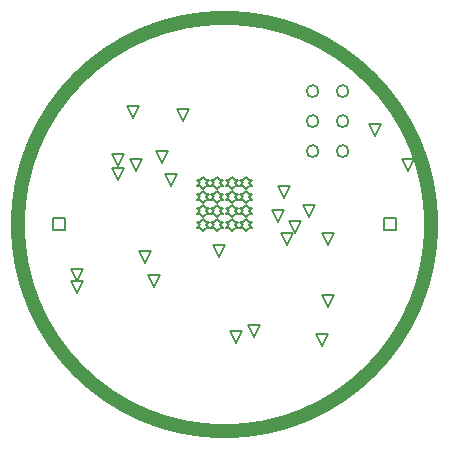
<source format=gbr>
%TF.GenerationSoftware,Altium Limited,Altium Designer,18.0.11 (651)*%
G04 Layer_Color=2752767*
%FSLAX43Y43*%
%MOMM*%
%TF.FileFunction,Drawing*%
%TF.Part,Single*%
G01*
G75*
%TA.AperFunction,NonConductor*%
%ADD43C,0.127*%
%ADD88C,0.169*%
%ADD89C,1.200*%
D43*
X13492Y-508D02*
Y508D01*
X14508D01*
Y-508D01*
X13492D01*
X-14508D02*
Y508D01*
X-13492D01*
Y-508D01*
X-14508D01*
X-500Y-2758D02*
X-1008Y-1742D01*
X8D01*
X-500Y-2758D01*
X-5250Y5242D02*
X-5758Y6258D01*
X-4742D01*
X-5250Y5242D01*
X1800Y3042D02*
X2054Y3296D01*
X2308D01*
X2054Y3550D01*
X2308Y3804D01*
X2054D01*
X1800Y4058D01*
X1546Y3804D01*
X1292D01*
X1546Y3550D01*
X1292Y3296D01*
X1546D01*
X1800Y3042D01*
Y1842D02*
X2054Y2096D01*
X2308D01*
X2054Y2350D01*
X2308Y2604D01*
X2054D01*
X1800Y2858D01*
X1546Y2604D01*
X1292D01*
X1546Y2350D01*
X1292Y2096D01*
X1546D01*
X1800Y1842D01*
Y642D02*
X2054Y896D01*
X2308D01*
X2054Y1150D01*
X2308Y1404D01*
X2054D01*
X1800Y1658D01*
X1546Y1404D01*
X1292D01*
X1546Y1150D01*
X1292Y896D01*
X1546D01*
X1800Y642D01*
Y-558D02*
X2054Y-304D01*
X2308D01*
X2054Y-50D01*
X2308Y204D01*
X2054D01*
X1800Y458D01*
X1546Y204D01*
X1292D01*
X1546Y-50D01*
X1292Y-304D01*
X1546D01*
X1800Y-558D01*
X600Y3042D02*
X854Y3296D01*
X1108D01*
X854Y3550D01*
X1108Y3804D01*
X854D01*
X600Y4058D01*
X346Y3804D01*
X92D01*
X346Y3550D01*
X92Y3296D01*
X346D01*
X600Y3042D01*
Y1842D02*
X854Y2096D01*
X1108D01*
X854Y2350D01*
X1108Y2604D01*
X854D01*
X600Y2858D01*
X346Y2604D01*
X92D01*
X346Y2350D01*
X92Y2096D01*
X346D01*
X600Y1842D01*
Y642D02*
X854Y896D01*
X1108D01*
X854Y1150D01*
X1108Y1404D01*
X854D01*
X600Y1658D01*
X346Y1404D01*
X92D01*
X346Y1150D01*
X92Y896D01*
X346D01*
X600Y642D01*
Y-558D02*
X854Y-304D01*
X1108D01*
X854Y-50D01*
X1108Y204D01*
X854D01*
X600Y458D01*
X346Y204D01*
X92D01*
X346Y-50D01*
X92Y-304D01*
X346D01*
X600Y-558D01*
X-600Y3042D02*
X-346Y3296D01*
X-92D01*
X-346Y3550D01*
X-92Y3804D01*
X-346D01*
X-600Y4058D01*
X-854Y3804D01*
X-1108D01*
X-854Y3550D01*
X-1108Y3296D01*
X-854D01*
X-600Y3042D01*
Y1842D02*
X-346Y2096D01*
X-92D01*
X-346Y2350D01*
X-92Y2604D01*
X-346D01*
X-600Y2858D01*
X-854Y2604D01*
X-1108D01*
X-854Y2350D01*
X-1108Y2096D01*
X-854D01*
X-600Y1842D01*
Y642D02*
X-346Y896D01*
X-92D01*
X-346Y1150D01*
X-92Y1404D01*
X-346D01*
X-600Y1658D01*
X-854Y1404D01*
X-1108D01*
X-854Y1150D01*
X-1108Y896D01*
X-854D01*
X-600Y642D01*
Y-558D02*
X-346Y-304D01*
X-92D01*
X-346Y-50D01*
X-92Y204D01*
X-346D01*
X-600Y458D01*
X-854Y204D01*
X-1108D01*
X-854Y-50D01*
X-1108Y-304D01*
X-854D01*
X-600Y-558D01*
X-1800Y3042D02*
X-1546Y3296D01*
X-1292D01*
X-1546Y3550D01*
X-1292Y3804D01*
X-1546D01*
X-1800Y4058D01*
X-2054Y3804D01*
X-2308D01*
X-2054Y3550D01*
X-2308Y3296D01*
X-2054D01*
X-1800Y3042D01*
Y1842D02*
X-1546Y2096D01*
X-1292D01*
X-1546Y2350D01*
X-1292Y2604D01*
X-1546D01*
X-1800Y2858D01*
X-2054Y2604D01*
X-2308D01*
X-2054Y2350D01*
X-2308Y2096D01*
X-2054D01*
X-1800Y1842D01*
Y642D02*
X-1546Y896D01*
X-1292D01*
X-1546Y1150D01*
X-1292Y1404D01*
X-1546D01*
X-1800Y1658D01*
X-2054Y1404D01*
X-2308D01*
X-2054Y1150D01*
X-2308Y896D01*
X-2054D01*
X-1800Y642D01*
Y-558D02*
X-1546Y-304D01*
X-1292D01*
X-1546Y-50D01*
X-1292Y204D01*
X-1546D01*
X-1800Y458D01*
X-2054Y204D01*
X-2308D01*
X-2054Y-50D01*
X-2308Y-304D01*
X-2054D01*
X-1800Y-558D01*
X-6750Y-3258D02*
X-7258Y-2242D01*
X-6242D01*
X-6750Y-3258D01*
X-6000Y-5258D02*
X-6508Y-4242D01*
X-5492D01*
X-6000Y-5258D01*
X8250Y-10258D02*
X7742Y-9242D01*
X8758D01*
X8250Y-10258D01*
X-7750Y8992D02*
X-8258Y10008D01*
X-7242D01*
X-7750Y8992D01*
X-3500Y8742D02*
X-4008Y9758D01*
X-2992D01*
X-3500Y8742D01*
X5250Y-1758D02*
X4742Y-742D01*
X5758D01*
X5250Y-1758D01*
X8750D02*
X8242Y-742D01*
X9258D01*
X8750Y-1758D01*
X6000Y-758D02*
X5492Y258D01*
X6508D01*
X6000Y-758D01*
X4500Y242D02*
X3992Y1258D01*
X5008D01*
X4500Y242D01*
X8750Y-7008D02*
X8242Y-5992D01*
X9258D01*
X8750Y-7008D01*
X15500Y4492D02*
X14992Y5508D01*
X16008D01*
X15500Y4492D01*
X-7500D02*
X-8008Y5508D01*
X-6992D01*
X-7500Y4492D01*
X12750Y7492D02*
X12242Y8508D01*
X13258D01*
X12750Y7492D01*
X-9000Y4992D02*
X-9508Y6008D01*
X-8492D01*
X-9000Y4992D01*
X5000Y2242D02*
X4492Y3258D01*
X5508D01*
X5000Y2242D01*
X7151Y643D02*
X6643Y1659D01*
X7659D01*
X7151Y643D01*
X2500Y-9508D02*
X1992Y-8492D01*
X3008D01*
X2500Y-9508D01*
X1000Y-10008D02*
X492Y-8992D01*
X1508D01*
X1000Y-10008D01*
X-9000Y3742D02*
X-9508Y4758D01*
X-8492D01*
X-9000Y3742D01*
X-4500Y3242D02*
X-5008Y4258D01*
X-3992D01*
X-4500Y3242D01*
X-12500Y-4758D02*
X-13008Y-3742D01*
X-11992D01*
X-12500Y-4758D01*
Y-5758D02*
X-13008Y-4742D01*
X-11992D01*
X-12500Y-5758D01*
D88*
X10508Y6210D02*
G03*
X10508Y6210I-508J0D01*
G01*
X10508Y8750D02*
G03*
X10508Y8750I-508J0D01*
G01*
Y11290D02*
G03*
X10508Y11290I-508J0D01*
G01*
X7968Y6210D02*
G03*
X7968Y6210I-508J0D01*
G01*
X7968Y8750D02*
G03*
X7968Y8750I-508J0D01*
G01*
X7968Y11290D02*
G03*
X7968Y11290I-508J0D01*
G01*
D89*
X0Y17502D02*
G03*
X-17502Y0I0J-17502D01*
G01*
X17502D02*
G03*
X0Y17502I-17502J0D01*
G01*
Y-17502D02*
G03*
X17502Y0I0J17502D01*
G01*
X-17502D02*
G03*
X0Y-17502I17502J0D01*
G01*
%TF.MD5,93bc2e0d3ff59d343ab5016ef20bab1f*%
M02*

</source>
